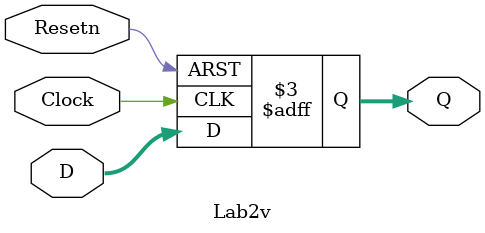
<source format=v>
module Lab2v (D, Clock, Resetn, Q);
	input [2:0] D;
	input Clock, Resetn;
	output reg [2:0] Q;
	
	always @(posedge Clock, negedge Resetn)
	if (Resetn == 0)
		Q <= 3'b000;
	else 
		Q <= D;

endmodule
</source>
